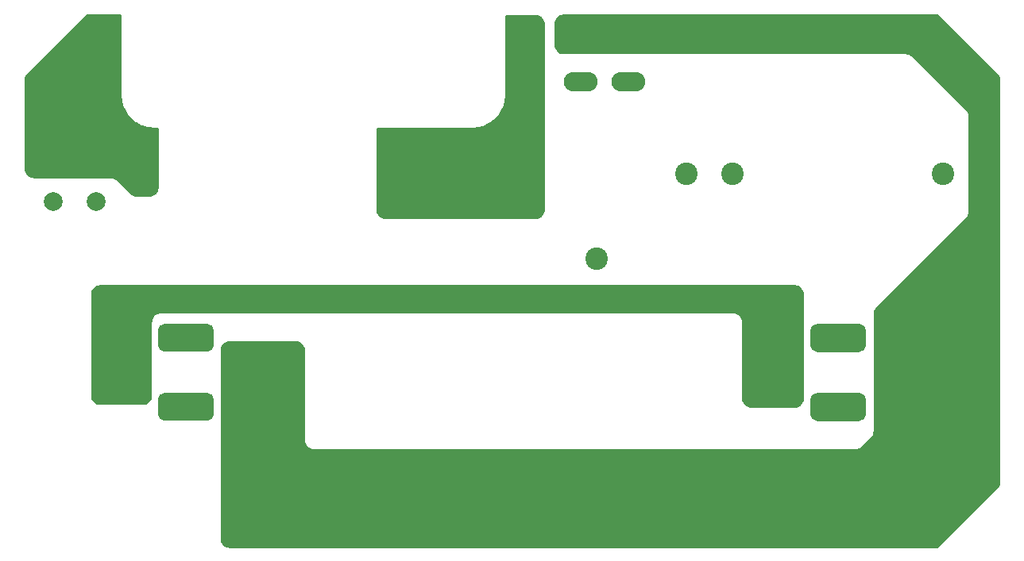
<source format=gbl>
G04 #@! TF.GenerationSoftware,KiCad,Pcbnew,(5.1.9)-1*
G04 #@! TF.CreationDate,2021-05-25T00:15:51+02:00*
G04 #@! TF.ProjectId,HF,48462e6b-6963-4616-945f-706362585858,rev?*
G04 #@! TF.SameCoordinates,Original*
G04 #@! TF.FileFunction,Copper,L2,Bot*
G04 #@! TF.FilePolarity,Positive*
%FSLAX46Y46*%
G04 Gerber Fmt 4.6, Leading zero omitted, Abs format (unit mm)*
G04 Created by KiCad (PCBNEW (5.1.9)-1) date 2021-05-25 00:15:51*
%MOMM*%
%LPD*%
G01*
G04 APERTURE LIST*
G04 #@! TA.AperFunction,ComponentPad*
%ADD10C,2.400000*%
G04 #@! TD*
G04 #@! TA.AperFunction,ComponentPad*
%ADD11O,3.600000X2.100000*%
G04 #@! TD*
G04 #@! TA.AperFunction,ComponentPad*
%ADD12O,2.400000X2.400000*%
G04 #@! TD*
G04 #@! TA.AperFunction,ComponentPad*
%ADD13C,2.010000*%
G04 #@! TD*
G04 #@! TA.AperFunction,Conductor*
%ADD14C,0.254000*%
G04 #@! TD*
G04 #@! TA.AperFunction,Conductor*
%ADD15C,0.100000*%
G04 #@! TD*
G04 APERTURE END LIST*
D10*
X81500000Y-70600000D03*
X81500000Y-46600000D03*
G04 #@! TA.AperFunction,ComponentPad*
G36*
G01*
X78249900Y-21650000D02*
X81350100Y-21650000D01*
G75*
G02*
X81600000Y-21899900I0J-249900D01*
G01*
X81600000Y-23500100D01*
G75*
G02*
X81350100Y-23750000I-249900J0D01*
G01*
X78249900Y-23750000D01*
G75*
G02*
X78000000Y-23500100I0J249900D01*
G01*
X78000000Y-21899900D01*
G75*
G02*
X78249900Y-21650000I249900J0D01*
G01*
G37*
G04 #@! TD.AperFunction*
D11*
X84880000Y-27780000D03*
X84880000Y-22700000D03*
X79800000Y-27780000D03*
D10*
X28500000Y-25800000D03*
D12*
X74220000Y-25800000D03*
D13*
X23620000Y-40560000D03*
X24820000Y-35460000D03*
X24820000Y-33260000D03*
X28170000Y-40560000D03*
X29370000Y-35460000D03*
X29370000Y-33260000D03*
D12*
X63600000Y-37600000D03*
D10*
X91100000Y-37600000D03*
D12*
X32900000Y-37600000D03*
D10*
X60400000Y-37600000D03*
X95970000Y-37590000D03*
X118470000Y-37590000D03*
G04 #@! TA.AperFunction,ComponentPad*
G36*
G01*
X33611200Y-56500000D02*
X33611200Y-61000000D01*
G75*
G02*
X32861200Y-61750000I-750000J0D01*
G01*
X31361200Y-61750000D01*
G75*
G02*
X30611200Y-61000000I0J750000D01*
G01*
X30611200Y-56500000D01*
G75*
G02*
X31361200Y-55750000I750000J0D01*
G01*
X32861200Y-55750000D01*
G75*
G02*
X33611200Y-56500000I0J-750000D01*
G01*
G37*
G04 #@! TD.AperFunction*
G04 #@! TA.AperFunction,ComponentPad*
G36*
G01*
X40000000Y-56567000D02*
X35500000Y-56567000D01*
G75*
G02*
X34750000Y-55817000I0J750000D01*
G01*
X34750000Y-54317000D01*
G75*
G02*
X35500000Y-53567000I750000J0D01*
G01*
X40000000Y-53567000D01*
G75*
G02*
X40750000Y-54317000I0J-750000D01*
G01*
X40750000Y-55817000D01*
G75*
G02*
X40000000Y-56567000I-750000J0D01*
G01*
G37*
G04 #@! TD.AperFunction*
G04 #@! TA.AperFunction,ComponentPad*
G36*
G01*
X44914200Y-56500000D02*
X44914200Y-61000000D01*
G75*
G02*
X44164200Y-61750000I-750000J0D01*
G01*
X42664200Y-61750000D01*
G75*
G02*
X41914200Y-61000000I0J750000D01*
G01*
X41914200Y-56500000D01*
G75*
G02*
X42664200Y-55750000I750000J0D01*
G01*
X44164200Y-55750000D01*
G75*
G02*
X44914200Y-56500000I0J-750000D01*
G01*
G37*
G04 #@! TD.AperFunction*
G04 #@! TA.AperFunction,ComponentPad*
G36*
G01*
X35500000Y-60933000D02*
X40000000Y-60933000D01*
G75*
G02*
X40750000Y-61683000I0J-750000D01*
G01*
X40750000Y-63183000D01*
G75*
G02*
X40000000Y-63933000I-750000J0D01*
G01*
X35500000Y-63933000D01*
G75*
G02*
X34750000Y-63183000I0J750000D01*
G01*
X34750000Y-61683000D01*
G75*
G02*
X35500000Y-60933000I750000J0D01*
G01*
G37*
G04 #@! TD.AperFunction*
G04 #@! TA.AperFunction,ComponentPad*
G36*
G01*
X105020000Y-60946000D02*
X109520000Y-60946000D01*
G75*
G02*
X110270000Y-61696000I0J-750000D01*
G01*
X110270000Y-63196000D01*
G75*
G02*
X109520000Y-63946000I-750000J0D01*
G01*
X105020000Y-63946000D01*
G75*
G02*
X104270000Y-63196000I0J750000D01*
G01*
X104270000Y-61696000D01*
G75*
G02*
X105020000Y-60946000I750000J0D01*
G01*
G37*
G04 #@! TD.AperFunction*
G04 #@! TA.AperFunction,ComponentPad*
G36*
G01*
X114434200Y-56513000D02*
X114434200Y-61013000D01*
G75*
G02*
X113684200Y-61763000I-750000J0D01*
G01*
X112184200Y-61763000D01*
G75*
G02*
X111434200Y-61013000I0J750000D01*
G01*
X111434200Y-56513000D01*
G75*
G02*
X112184200Y-55763000I750000J0D01*
G01*
X113684200Y-55763000D01*
G75*
G02*
X114434200Y-56513000I0J-750000D01*
G01*
G37*
G04 #@! TD.AperFunction*
G04 #@! TA.AperFunction,ComponentPad*
G36*
G01*
X109520000Y-56580000D02*
X105020000Y-56580000D01*
G75*
G02*
X104270000Y-55830000I0J750000D01*
G01*
X104270000Y-54330000D01*
G75*
G02*
X105020000Y-53580000I750000J0D01*
G01*
X109520000Y-53580000D01*
G75*
G02*
X110270000Y-54330000I0J-750000D01*
G01*
X110270000Y-55830000D01*
G75*
G02*
X109520000Y-56580000I-750000J0D01*
G01*
G37*
G04 #@! TD.AperFunction*
G04 #@! TA.AperFunction,ComponentPad*
G36*
G01*
X103131200Y-56513000D02*
X103131200Y-61013000D01*
G75*
G02*
X102381200Y-61763000I-750000J0D01*
G01*
X100881200Y-61763000D01*
G75*
G02*
X100131200Y-61013000I0J750000D01*
G01*
X100131200Y-56513000D01*
G75*
G02*
X100881200Y-55763000I750000J0D01*
G01*
X102381200Y-55763000D01*
G75*
G02*
X103131200Y-56513000I0J-750000D01*
G01*
G37*
G04 #@! TD.AperFunction*
D14*
X102770189Y-49564376D02*
X102933850Y-49614022D01*
X103084672Y-49694638D01*
X103216870Y-49803130D01*
X103325362Y-49935328D01*
X103405978Y-50086150D01*
X103455624Y-50249811D01*
X103473000Y-50426234D01*
X103473000Y-61493766D01*
X103455624Y-61670189D01*
X103405978Y-61833850D01*
X103325362Y-61984672D01*
X103216870Y-62116870D01*
X103084672Y-62225362D01*
X102933850Y-62305978D01*
X102770189Y-62355624D01*
X102593766Y-62373000D01*
X98006234Y-62373000D01*
X97829811Y-62355624D01*
X97666150Y-62305978D01*
X97515328Y-62225362D01*
X97383130Y-62116870D01*
X97274638Y-61984672D01*
X97194022Y-61833850D01*
X97144376Y-61670189D01*
X97127000Y-61493766D01*
X97127000Y-53400000D01*
X97126388Y-53387552D01*
X97107173Y-53192462D01*
X97102317Y-53168044D01*
X97045412Y-52980451D01*
X97035884Y-52957450D01*
X96943474Y-52784563D01*
X96929642Y-52763862D01*
X96805279Y-52612325D01*
X96787675Y-52594721D01*
X96636138Y-52470358D01*
X96615437Y-52456526D01*
X96442550Y-52364116D01*
X96419549Y-52354588D01*
X96231956Y-52297683D01*
X96207538Y-52292827D01*
X96012448Y-52273612D01*
X96000000Y-52273000D01*
X35100000Y-52273000D01*
X35087552Y-52273612D01*
X34892462Y-52292827D01*
X34868044Y-52297683D01*
X34680451Y-52354588D01*
X34657450Y-52364116D01*
X34484563Y-52456526D01*
X34463862Y-52470358D01*
X34312325Y-52594721D01*
X34294721Y-52612325D01*
X34170358Y-52763862D01*
X34156526Y-52784563D01*
X34064116Y-52957450D01*
X34054588Y-52980451D01*
X33997683Y-53168044D01*
X33992827Y-53192462D01*
X33973612Y-53387552D01*
X33973000Y-53400000D01*
X33973000Y-61192987D01*
X33955606Y-61369507D01*
X33905915Y-61533232D01*
X33825220Y-61684113D01*
X33716631Y-61816338D01*
X33584325Y-61924823D01*
X33433378Y-62005403D01*
X33269618Y-62054968D01*
X33093091Y-62072225D01*
X28605559Y-62068774D01*
X28429231Y-62051278D01*
X28265689Y-62001557D01*
X28114981Y-61920899D01*
X27982894Y-61812403D01*
X27874495Y-61680227D01*
X27793958Y-61529466D01*
X27744360Y-61365879D01*
X27727000Y-61189534D01*
X27727000Y-50426234D01*
X27744376Y-50249811D01*
X27794022Y-50086150D01*
X27874638Y-49935328D01*
X27983130Y-49803130D01*
X28115328Y-49694638D01*
X28266150Y-49614022D01*
X28429811Y-49564376D01*
X28606234Y-49547000D01*
X102593766Y-49547000D01*
X102770189Y-49564376D01*
G04 #@! TA.AperFunction,Conductor*
D15*
G36*
X102770189Y-49564376D02*
G01*
X102933850Y-49614022D01*
X103084672Y-49694638D01*
X103216870Y-49803130D01*
X103325362Y-49935328D01*
X103405978Y-50086150D01*
X103455624Y-50249811D01*
X103473000Y-50426234D01*
X103473000Y-61493766D01*
X103455624Y-61670189D01*
X103405978Y-61833850D01*
X103325362Y-61984672D01*
X103216870Y-62116870D01*
X103084672Y-62225362D01*
X102933850Y-62305978D01*
X102770189Y-62355624D01*
X102593766Y-62373000D01*
X98006234Y-62373000D01*
X97829811Y-62355624D01*
X97666150Y-62305978D01*
X97515328Y-62225362D01*
X97383130Y-62116870D01*
X97274638Y-61984672D01*
X97194022Y-61833850D01*
X97144376Y-61670189D01*
X97127000Y-61493766D01*
X97127000Y-53400000D01*
X97126388Y-53387552D01*
X97107173Y-53192462D01*
X97102317Y-53168044D01*
X97045412Y-52980451D01*
X97035884Y-52957450D01*
X96943474Y-52784563D01*
X96929642Y-52763862D01*
X96805279Y-52612325D01*
X96787675Y-52594721D01*
X96636138Y-52470358D01*
X96615437Y-52456526D01*
X96442550Y-52364116D01*
X96419549Y-52354588D01*
X96231956Y-52297683D01*
X96207538Y-52292827D01*
X96012448Y-52273612D01*
X96000000Y-52273000D01*
X35100000Y-52273000D01*
X35087552Y-52273612D01*
X34892462Y-52292827D01*
X34868044Y-52297683D01*
X34680451Y-52354588D01*
X34657450Y-52364116D01*
X34484563Y-52456526D01*
X34463862Y-52470358D01*
X34312325Y-52594721D01*
X34294721Y-52612325D01*
X34170358Y-52763862D01*
X34156526Y-52784563D01*
X34064116Y-52957450D01*
X34054588Y-52980451D01*
X33997683Y-53168044D01*
X33992827Y-53192462D01*
X33973612Y-53387552D01*
X33973000Y-53400000D01*
X33973000Y-61192987D01*
X33955606Y-61369507D01*
X33905915Y-61533232D01*
X33825220Y-61684113D01*
X33716631Y-61816338D01*
X33584325Y-61924823D01*
X33433378Y-62005403D01*
X33269618Y-62054968D01*
X33093091Y-62072225D01*
X28605559Y-62068774D01*
X28429231Y-62051278D01*
X28265689Y-62001557D01*
X28114981Y-61920899D01*
X27982894Y-61812403D01*
X27874495Y-61680227D01*
X27793958Y-61529466D01*
X27744360Y-61365879D01*
X27727000Y-61189534D01*
X27727000Y-50426234D01*
X27744376Y-50249811D01*
X27794022Y-50086150D01*
X27874638Y-49935328D01*
X27983130Y-49803130D01*
X28115328Y-49694638D01*
X28266150Y-49614022D01*
X28429811Y-49564376D01*
X28606234Y-49547000D01*
X102593766Y-49547000D01*
X102770189Y-49564376D01*
G37*
G04 #@! TD.AperFunction*
D14*
X30740001Y-29132419D02*
X30742920Y-29162054D01*
X30742789Y-29180761D01*
X30743689Y-29189933D01*
X30804889Y-29772222D01*
X30816921Y-29830832D01*
X30828127Y-29889580D01*
X30830791Y-29898402D01*
X31003928Y-30457715D01*
X31027098Y-30512833D01*
X31049516Y-30568322D01*
X31053843Y-30576458D01*
X31332319Y-31091490D01*
X31365757Y-31141064D01*
X31398524Y-31191138D01*
X31404348Y-31198279D01*
X31777558Y-31649412D01*
X31820029Y-31691588D01*
X31861857Y-31734301D01*
X31868957Y-31740175D01*
X32322686Y-32110227D01*
X32372494Y-32143320D01*
X32421868Y-32177127D01*
X32429974Y-32181510D01*
X32946939Y-32456384D01*
X33002251Y-32479182D01*
X33057225Y-32502744D01*
X33066028Y-32505469D01*
X33626536Y-32674696D01*
X33685224Y-32686316D01*
X33743727Y-32698752D01*
X33752892Y-32699715D01*
X34335594Y-32756850D01*
X34335598Y-32756850D01*
X34367581Y-32760000D01*
X34673000Y-32760000D01*
X34673000Y-38993766D01*
X34655624Y-39170189D01*
X34605978Y-39333850D01*
X34525362Y-39484672D01*
X34416870Y-39616870D01*
X34284672Y-39725362D01*
X34133850Y-39805978D01*
X33970189Y-39855624D01*
X33793766Y-39873000D01*
X32520448Y-39873000D01*
X32344024Y-39855624D01*
X32180363Y-39805978D01*
X32029542Y-39725363D01*
X31892504Y-39612898D01*
X30482696Y-38203090D01*
X30473461Y-38194721D01*
X30321925Y-38070358D01*
X30301224Y-38056526D01*
X30128337Y-37964116D01*
X30105336Y-37954588D01*
X29917743Y-37897683D01*
X29893325Y-37892827D01*
X29698234Y-37873612D01*
X29685786Y-37873000D01*
X21546234Y-37873000D01*
X21369811Y-37855624D01*
X21206150Y-37805978D01*
X21055328Y-37725362D01*
X20923130Y-37616870D01*
X20814638Y-37484672D01*
X20734022Y-37333850D01*
X20684376Y-37170189D01*
X20667000Y-36993766D01*
X20667000Y-27266380D01*
X27273381Y-20660000D01*
X30740000Y-20660000D01*
X30740001Y-29132419D01*
G04 #@! TA.AperFunction,Conductor*
D15*
G36*
X30740001Y-29132419D02*
G01*
X30742920Y-29162054D01*
X30742789Y-29180761D01*
X30743689Y-29189933D01*
X30804889Y-29772222D01*
X30816921Y-29830832D01*
X30828127Y-29889580D01*
X30830791Y-29898402D01*
X31003928Y-30457715D01*
X31027098Y-30512833D01*
X31049516Y-30568322D01*
X31053843Y-30576458D01*
X31332319Y-31091490D01*
X31365757Y-31141064D01*
X31398524Y-31191138D01*
X31404348Y-31198279D01*
X31777558Y-31649412D01*
X31820029Y-31691588D01*
X31861857Y-31734301D01*
X31868957Y-31740175D01*
X32322686Y-32110227D01*
X32372494Y-32143320D01*
X32421868Y-32177127D01*
X32429974Y-32181510D01*
X32946939Y-32456384D01*
X33002251Y-32479182D01*
X33057225Y-32502744D01*
X33066028Y-32505469D01*
X33626536Y-32674696D01*
X33685224Y-32686316D01*
X33743727Y-32698752D01*
X33752892Y-32699715D01*
X34335594Y-32756850D01*
X34335598Y-32756850D01*
X34367581Y-32760000D01*
X34673000Y-32760000D01*
X34673000Y-38993766D01*
X34655624Y-39170189D01*
X34605978Y-39333850D01*
X34525362Y-39484672D01*
X34416870Y-39616870D01*
X34284672Y-39725362D01*
X34133850Y-39805978D01*
X33970189Y-39855624D01*
X33793766Y-39873000D01*
X32520448Y-39873000D01*
X32344024Y-39855624D01*
X32180363Y-39805978D01*
X32029542Y-39725363D01*
X31892504Y-39612898D01*
X30482696Y-38203090D01*
X30473461Y-38194721D01*
X30321925Y-38070358D01*
X30301224Y-38056526D01*
X30128337Y-37964116D01*
X30105336Y-37954588D01*
X29917743Y-37897683D01*
X29893325Y-37892827D01*
X29698234Y-37873612D01*
X29685786Y-37873000D01*
X21546234Y-37873000D01*
X21369811Y-37855624D01*
X21206150Y-37805978D01*
X21055328Y-37725362D01*
X20923130Y-37616870D01*
X20814638Y-37484672D01*
X20734022Y-37333850D01*
X20684376Y-37170189D01*
X20667000Y-36993766D01*
X20667000Y-27266380D01*
X27273381Y-20660000D01*
X30740000Y-20660000D01*
X30740001Y-29132419D01*
G37*
G04 #@! TD.AperFunction*
D14*
X75170189Y-20754376D02*
X75333850Y-20804022D01*
X75484672Y-20884638D01*
X75616870Y-20993130D01*
X75725362Y-21125328D01*
X75805978Y-21276150D01*
X75855624Y-21439811D01*
X75873000Y-21616234D01*
X75873000Y-41323766D01*
X75855624Y-41500189D01*
X75805978Y-41663850D01*
X75725362Y-41814672D01*
X75616870Y-41946870D01*
X75484672Y-42055362D01*
X75333850Y-42135978D01*
X75170189Y-42185624D01*
X74993766Y-42203000D01*
X58996234Y-42203000D01*
X58819811Y-42185624D01*
X58656150Y-42135978D01*
X58505328Y-42055362D01*
X58373130Y-41946870D01*
X58264638Y-41814672D01*
X58184022Y-41663850D01*
X58134376Y-41500189D01*
X58117000Y-41323766D01*
X58117000Y-32760000D01*
X68232419Y-32760000D01*
X68262063Y-32757080D01*
X68280761Y-32757211D01*
X68289933Y-32756311D01*
X68872222Y-32695111D01*
X68930832Y-32683079D01*
X68989580Y-32671873D01*
X68998402Y-32669209D01*
X69557715Y-32496072D01*
X69612833Y-32472902D01*
X69668322Y-32450484D01*
X69676458Y-32446157D01*
X70191490Y-32167681D01*
X70241064Y-32134243D01*
X70291138Y-32101476D01*
X70298279Y-32095652D01*
X70749412Y-31722442D01*
X70791588Y-31679971D01*
X70834301Y-31638143D01*
X70840175Y-31631043D01*
X71210227Y-31177314D01*
X71243320Y-31127506D01*
X71277127Y-31078132D01*
X71281510Y-31070026D01*
X71556384Y-30553061D01*
X71579182Y-30497749D01*
X71602744Y-30442775D01*
X71605469Y-30433972D01*
X71774696Y-29873464D01*
X71786316Y-29814776D01*
X71798752Y-29756273D01*
X71799715Y-29747108D01*
X71856850Y-29164406D01*
X71856850Y-29164402D01*
X71860000Y-29132419D01*
X71860000Y-20737000D01*
X74993766Y-20737000D01*
X75170189Y-20754376D01*
G04 #@! TA.AperFunction,Conductor*
D15*
G36*
X75170189Y-20754376D02*
G01*
X75333850Y-20804022D01*
X75484672Y-20884638D01*
X75616870Y-20993130D01*
X75725362Y-21125328D01*
X75805978Y-21276150D01*
X75855624Y-21439811D01*
X75873000Y-21616234D01*
X75873000Y-41323766D01*
X75855624Y-41500189D01*
X75805978Y-41663850D01*
X75725362Y-41814672D01*
X75616870Y-41946870D01*
X75484672Y-42055362D01*
X75333850Y-42135978D01*
X75170189Y-42185624D01*
X74993766Y-42203000D01*
X58996234Y-42203000D01*
X58819811Y-42185624D01*
X58656150Y-42135978D01*
X58505328Y-42055362D01*
X58373130Y-41946870D01*
X58264638Y-41814672D01*
X58184022Y-41663850D01*
X58134376Y-41500189D01*
X58117000Y-41323766D01*
X58117000Y-32760000D01*
X68232419Y-32760000D01*
X68262063Y-32757080D01*
X68280761Y-32757211D01*
X68289933Y-32756311D01*
X68872222Y-32695111D01*
X68930832Y-32683079D01*
X68989580Y-32671873D01*
X68998402Y-32669209D01*
X69557715Y-32496072D01*
X69612833Y-32472902D01*
X69668322Y-32450484D01*
X69676458Y-32446157D01*
X70191490Y-32167681D01*
X70241064Y-32134243D01*
X70291138Y-32101476D01*
X70298279Y-32095652D01*
X70749412Y-31722442D01*
X70791588Y-31679971D01*
X70834301Y-31638143D01*
X70840175Y-31631043D01*
X71210227Y-31177314D01*
X71243320Y-31127506D01*
X71277127Y-31078132D01*
X71281510Y-31070026D01*
X71556384Y-30553061D01*
X71579182Y-30497749D01*
X71602744Y-30442775D01*
X71605469Y-30433972D01*
X71774696Y-29873464D01*
X71786316Y-29814776D01*
X71798752Y-29756273D01*
X71799715Y-29747108D01*
X71856850Y-29164406D01*
X71856850Y-29164402D01*
X71860000Y-29132419D01*
X71860000Y-20737000D01*
X74993766Y-20737000D01*
X75170189Y-20754376D01*
G37*
G04 #@! TD.AperFunction*
D14*
X124333000Y-27266381D02*
X124333000Y-70733619D01*
X117733620Y-77333000D01*
X42406234Y-77333000D01*
X42229811Y-77315624D01*
X42066150Y-77265978D01*
X41915328Y-77185362D01*
X41783130Y-77076870D01*
X41674638Y-76944672D01*
X41594022Y-76793850D01*
X41544376Y-76630189D01*
X41527000Y-76453766D01*
X41527000Y-56406234D01*
X41544376Y-56229811D01*
X41594022Y-56066150D01*
X41674638Y-55915328D01*
X41783130Y-55783130D01*
X41915328Y-55674638D01*
X42066150Y-55594022D01*
X42229811Y-55544376D01*
X42406234Y-55527000D01*
X49393766Y-55527000D01*
X49570189Y-55544376D01*
X49733850Y-55594022D01*
X49884672Y-55674638D01*
X50016870Y-55783130D01*
X50125362Y-55915328D01*
X50205978Y-56066150D01*
X50255624Y-56229811D01*
X50273000Y-56406234D01*
X50273000Y-65940000D01*
X50273612Y-65952448D01*
X50292827Y-66147538D01*
X50297683Y-66171956D01*
X50354588Y-66359549D01*
X50364116Y-66382550D01*
X50456526Y-66555437D01*
X50470358Y-66576138D01*
X50594721Y-66727675D01*
X50612325Y-66745279D01*
X50763862Y-66869642D01*
X50784563Y-66883474D01*
X50957450Y-66975884D01*
X50980451Y-66985412D01*
X51168044Y-67042317D01*
X51192462Y-67047173D01*
X51387552Y-67066388D01*
X51400000Y-67067000D01*
X109078058Y-67067000D01*
X109090714Y-67066368D01*
X109289029Y-67046506D01*
X109313838Y-67041486D01*
X109504276Y-66982690D01*
X109527597Y-66972850D01*
X109702592Y-66877455D01*
X109723499Y-66863185D01*
X109876100Y-66734980D01*
X109885383Y-66726355D01*
X110807325Y-65779828D01*
X110815443Y-65770647D01*
X110936005Y-65620243D01*
X110949403Y-65599756D01*
X111038869Y-65429015D01*
X111048089Y-65406336D01*
X111103134Y-65221602D01*
X111107831Y-65197576D01*
X111126409Y-65005713D01*
X111127000Y-64993473D01*
X111127000Y-52520448D01*
X111144376Y-52344024D01*
X111194022Y-52180363D01*
X111274637Y-52029542D01*
X111387102Y-51892504D01*
X120896910Y-42382696D01*
X120905279Y-42373461D01*
X121029642Y-42221925D01*
X121043474Y-42201224D01*
X121135884Y-42028337D01*
X121145412Y-42005336D01*
X121202317Y-41817743D01*
X121207173Y-41793325D01*
X121226388Y-41598234D01*
X121227000Y-41585786D01*
X121227000Y-31415624D01*
X121226385Y-31403138D01*
X121207053Y-31207457D01*
X121202166Y-31182967D01*
X121144917Y-30994853D01*
X121135333Y-30971793D01*
X121042380Y-30798518D01*
X121028469Y-30777780D01*
X120903407Y-30626044D01*
X120894990Y-30616800D01*
X115232181Y-24981172D01*
X115222956Y-24972848D01*
X115071623Y-24849185D01*
X115050961Y-24835433D01*
X114878466Y-24743565D01*
X114855524Y-24734095D01*
X114668455Y-24677531D01*
X114644109Y-24672703D01*
X114449611Y-24653604D01*
X114437201Y-24652996D01*
X78006133Y-24652657D01*
X77829703Y-24635278D01*
X77666045Y-24585631D01*
X77515223Y-24505013D01*
X77383023Y-24396514D01*
X77274532Y-24264311D01*
X77193917Y-24113484D01*
X77144279Y-23949831D01*
X77126905Y-23773390D01*
X77126971Y-21546212D01*
X77144352Y-21369783D01*
X77193998Y-21206136D01*
X77274618Y-21055314D01*
X77383109Y-20923122D01*
X77515306Y-20814633D01*
X77666128Y-20734020D01*
X77829785Y-20684376D01*
X78006205Y-20667000D01*
X117733620Y-20667000D01*
X124333000Y-27266381D01*
G04 #@! TA.AperFunction,Conductor*
D15*
G36*
X124333000Y-27266381D02*
G01*
X124333000Y-70733619D01*
X117733620Y-77333000D01*
X42406234Y-77333000D01*
X42229811Y-77315624D01*
X42066150Y-77265978D01*
X41915328Y-77185362D01*
X41783130Y-77076870D01*
X41674638Y-76944672D01*
X41594022Y-76793850D01*
X41544376Y-76630189D01*
X41527000Y-76453766D01*
X41527000Y-56406234D01*
X41544376Y-56229811D01*
X41594022Y-56066150D01*
X41674638Y-55915328D01*
X41783130Y-55783130D01*
X41915328Y-55674638D01*
X42066150Y-55594022D01*
X42229811Y-55544376D01*
X42406234Y-55527000D01*
X49393766Y-55527000D01*
X49570189Y-55544376D01*
X49733850Y-55594022D01*
X49884672Y-55674638D01*
X50016870Y-55783130D01*
X50125362Y-55915328D01*
X50205978Y-56066150D01*
X50255624Y-56229811D01*
X50273000Y-56406234D01*
X50273000Y-65940000D01*
X50273612Y-65952448D01*
X50292827Y-66147538D01*
X50297683Y-66171956D01*
X50354588Y-66359549D01*
X50364116Y-66382550D01*
X50456526Y-66555437D01*
X50470358Y-66576138D01*
X50594721Y-66727675D01*
X50612325Y-66745279D01*
X50763862Y-66869642D01*
X50784563Y-66883474D01*
X50957450Y-66975884D01*
X50980451Y-66985412D01*
X51168044Y-67042317D01*
X51192462Y-67047173D01*
X51387552Y-67066388D01*
X51400000Y-67067000D01*
X109078058Y-67067000D01*
X109090714Y-67066368D01*
X109289029Y-67046506D01*
X109313838Y-67041486D01*
X109504276Y-66982690D01*
X109527597Y-66972850D01*
X109702592Y-66877455D01*
X109723499Y-66863185D01*
X109876100Y-66734980D01*
X109885383Y-66726355D01*
X110807325Y-65779828D01*
X110815443Y-65770647D01*
X110936005Y-65620243D01*
X110949403Y-65599756D01*
X111038869Y-65429015D01*
X111048089Y-65406336D01*
X111103134Y-65221602D01*
X111107831Y-65197576D01*
X111126409Y-65005713D01*
X111127000Y-64993473D01*
X111127000Y-52520448D01*
X111144376Y-52344024D01*
X111194022Y-52180363D01*
X111274637Y-52029542D01*
X111387102Y-51892504D01*
X120896910Y-42382696D01*
X120905279Y-42373461D01*
X121029642Y-42221925D01*
X121043474Y-42201224D01*
X121135884Y-42028337D01*
X121145412Y-42005336D01*
X121202317Y-41817743D01*
X121207173Y-41793325D01*
X121226388Y-41598234D01*
X121227000Y-41585786D01*
X121227000Y-31415624D01*
X121226385Y-31403138D01*
X121207053Y-31207457D01*
X121202166Y-31182967D01*
X121144917Y-30994853D01*
X121135333Y-30971793D01*
X121042380Y-30798518D01*
X121028469Y-30777780D01*
X120903407Y-30626044D01*
X120894990Y-30616800D01*
X115232181Y-24981172D01*
X115222956Y-24972848D01*
X115071623Y-24849185D01*
X115050961Y-24835433D01*
X114878466Y-24743565D01*
X114855524Y-24734095D01*
X114668455Y-24677531D01*
X114644109Y-24672703D01*
X114449611Y-24653604D01*
X114437201Y-24652996D01*
X78006133Y-24652657D01*
X77829703Y-24635278D01*
X77666045Y-24585631D01*
X77515223Y-24505013D01*
X77383023Y-24396514D01*
X77274532Y-24264311D01*
X77193917Y-24113484D01*
X77144279Y-23949831D01*
X77126905Y-23773390D01*
X77126971Y-21546212D01*
X77144352Y-21369783D01*
X77193998Y-21206136D01*
X77274618Y-21055314D01*
X77383109Y-20923122D01*
X77515306Y-20814633D01*
X77666128Y-20734020D01*
X77829785Y-20684376D01*
X78006205Y-20667000D01*
X117733620Y-20667000D01*
X124333000Y-27266381D01*
G37*
G04 #@! TD.AperFunction*
M02*

</source>
